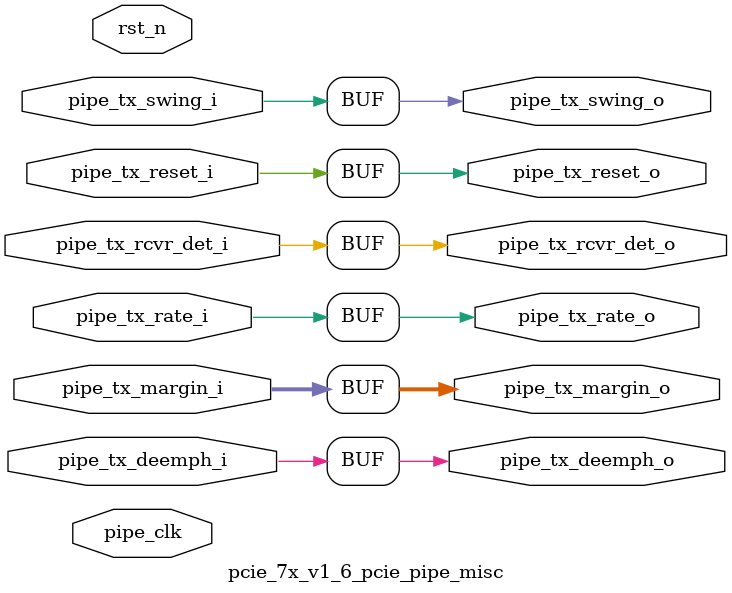
<source format=v>

`timescale 1ps/1ps

module pcie_7x_v1_6_pcie_pipe_misc #
(
    parameter        PIPE_PIPELINE_STAGES = 0    // 0 - 0 stages, 1 - 1 stage, 2 - 2 stages
)
(

    input   wire        pipe_tx_rcvr_det_i       ,     // PIPE Tx Receiver Detect
    input   wire        pipe_tx_reset_i          ,     // PIPE Tx Reset
    input   wire        pipe_tx_rate_i           ,     // PIPE Tx Rate
    input   wire        pipe_tx_deemph_i         ,     // PIPE Tx Deemphasis
    input   wire [2:0]  pipe_tx_margin_i         ,     // PIPE Tx Margin
    input   wire        pipe_tx_swing_i          ,     // PIPE Tx Swing

    output  wire        pipe_tx_rcvr_det_o       ,     // Pipelined PIPE Tx Receiver Detect
    output  wire        pipe_tx_reset_o          ,     // Pipelined PIPE Tx Reset
    output  wire        pipe_tx_rate_o           ,     // Pipelined PIPE Tx Rate
    output  wire        pipe_tx_deemph_o         ,     // Pipelined PIPE Tx Deemphasis
    output  wire [2:0]  pipe_tx_margin_o         ,     // Pipelined PIPE Tx Margin
    output  wire        pipe_tx_swing_o          ,     // Pipelined PIPE Tx Swing

    input   wire        pipe_clk                ,      // PIPE Clock
    input   wire        rst_n                          // Reset
);

//******************************************************************//
// Reality check.                                                   //
//******************************************************************//

    parameter TCQ  = 1;      // clock to out delay model

    reg                pipe_tx_rcvr_det_q       ;
    reg                pipe_tx_reset_q          ;
    reg                pipe_tx_rate_q           ;
    reg                pipe_tx_deemph_q         ;
    reg [2:0]          pipe_tx_margin_q         ;
    reg                pipe_tx_swing_q          ;

    reg                pipe_tx_rcvr_det_qq      ;
    reg                pipe_tx_reset_qq         ;
    reg                pipe_tx_rate_qq          ;
    reg                pipe_tx_deemph_qq        ;
    reg [2:0]          pipe_tx_margin_qq        ;
    reg                pipe_tx_swing_qq         ;

    generate

    if (PIPE_PIPELINE_STAGES == 0) begin : pipe_stages_0

        assign pipe_tx_rcvr_det_o = pipe_tx_rcvr_det_i;
        assign pipe_tx_reset_o  = pipe_tx_reset_i;
        assign pipe_tx_rate_o = pipe_tx_rate_i;
        assign pipe_tx_deemph_o = pipe_tx_deemph_i;
        assign pipe_tx_margin_o = pipe_tx_margin_i;
        assign pipe_tx_swing_o = pipe_tx_swing_i;

    end // if (PIPE_PIPELINE_STAGES == 0)
    else if (PIPE_PIPELINE_STAGES == 1) begin : pipe_stages_1

        always @(posedge pipe_clk) begin

        if (rst_n)
        begin

            pipe_tx_rcvr_det_q <= #TCQ 0;
            pipe_tx_reset_q  <= #TCQ 1'b1;
            pipe_tx_rate_q <= #TCQ 0;
            pipe_tx_deemph_q <= #TCQ 1'b1;
            pipe_tx_margin_q <= #TCQ 0;
            pipe_tx_swing_q <= #TCQ 0;

        end
        else
        begin

            pipe_tx_rcvr_det_q <= #TCQ pipe_tx_rcvr_det_i;
            pipe_tx_reset_q  <= #TCQ pipe_tx_reset_i;
            pipe_tx_rate_q <= #TCQ pipe_tx_rate_i;
            pipe_tx_deemph_q <= #TCQ pipe_tx_deemph_i;
            pipe_tx_margin_q <= #TCQ pipe_tx_margin_i;
            pipe_tx_swing_q <= #TCQ pipe_tx_swing_i;

          end

        end

        assign pipe_tx_rcvr_det_o = pipe_tx_rcvr_det_q;
        assign pipe_tx_reset_o  = pipe_tx_reset_q;
        assign pipe_tx_rate_o = pipe_tx_rate_q;
        assign pipe_tx_deemph_o = pipe_tx_deemph_q;
        assign pipe_tx_margin_o = pipe_tx_margin_q;
        assign pipe_tx_swing_o = pipe_tx_swing_q;

    end // if (PIPE_PIPELINE_STAGES == 1)
    else if (PIPE_PIPELINE_STAGES == 2) begin : pipe_stages_2

        always @(posedge pipe_clk) begin

        if (rst_n)
        begin

            pipe_tx_rcvr_det_q <= #TCQ 0;
            pipe_tx_reset_q  <= #TCQ 1'b1;
            pipe_tx_rate_q <= #TCQ 0;
            pipe_tx_deemph_q <= #TCQ 1'b1;
            pipe_tx_margin_q <= #TCQ 0;
            pipe_tx_swing_q <= #TCQ 0;

            pipe_tx_rcvr_det_qq <= #TCQ 0;
            pipe_tx_reset_qq  <= #TCQ 1'b1;
            pipe_tx_rate_qq <= #TCQ 0;
            pipe_tx_deemph_qq <= #TCQ 1'b1;
            pipe_tx_margin_qq <= #TCQ 0;
            pipe_tx_swing_qq <= #TCQ 0;

        end
        else
        begin

            pipe_tx_rcvr_det_q <= #TCQ pipe_tx_rcvr_det_i;
            pipe_tx_reset_q  <= #TCQ pipe_tx_reset_i;
            pipe_tx_rate_q <= #TCQ pipe_tx_rate_i;
            pipe_tx_deemph_q <= #TCQ pipe_tx_deemph_i;
            pipe_tx_margin_q <= #TCQ pipe_tx_margin_i;
            pipe_tx_swing_q <= #TCQ pipe_tx_swing_i;

            pipe_tx_rcvr_det_qq <= #TCQ pipe_tx_rcvr_det_q;
            pipe_tx_reset_qq  <= #TCQ pipe_tx_reset_q;
            pipe_tx_rate_qq <= #TCQ pipe_tx_rate_q;
            pipe_tx_deemph_qq <= #TCQ pipe_tx_deemph_q;
            pipe_tx_margin_qq <= #TCQ pipe_tx_margin_q;
            pipe_tx_swing_qq <= #TCQ pipe_tx_swing_q;

          end

        end

        assign pipe_tx_rcvr_det_o = pipe_tx_rcvr_det_qq;
        assign pipe_tx_reset_o  = pipe_tx_reset_qq;
        assign pipe_tx_rate_o = pipe_tx_rate_qq;
        assign pipe_tx_deemph_o = pipe_tx_deemph_qq;
        assign pipe_tx_margin_o = pipe_tx_margin_qq;
        assign pipe_tx_swing_o = pipe_tx_swing_qq;

    end // if (PIPE_PIPELINE_STAGES == 2)

    endgenerate

endmodule


</source>
